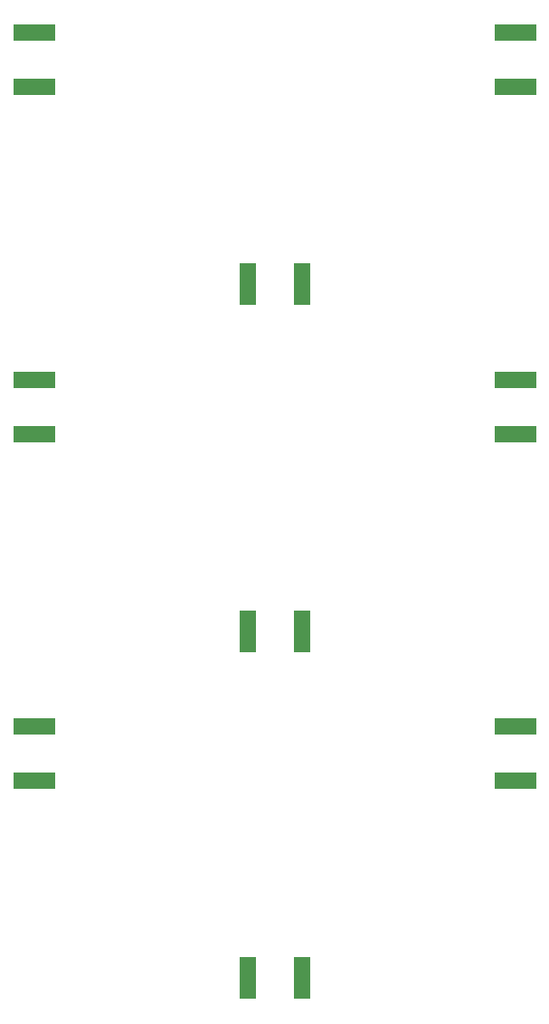
<source format=gbr>
G04 #@! TF.GenerationSoftware,KiCad,Pcbnew,(5.1.5)-3*
G04 #@! TF.CreationDate,2021-12-07T11:44:26+01:00*
G04 #@! TF.ProjectId,stitched capcoupler,73746974-6368-4656-9420-636170636f75,rev?*
G04 #@! TF.SameCoordinates,Original*
G04 #@! TF.FileFunction,Paste,Bot*
G04 #@! TF.FilePolarity,Positive*
%FSLAX46Y46*%
G04 Gerber Fmt 4.6, Leading zero omitted, Abs format (unit mm)*
G04 Created by KiCad (PCBNEW (5.1.5)-3) date 2021-12-07 11:44:26*
%MOMM*%
%LPD*%
G04 APERTURE LIST*
%ADD10R,1.500000X4.000000*%
%ADD11R,4.000000X1.500000*%
G04 APERTURE END LIST*
D10*
X72460000Y-1000000D03*
X77540000Y-1000000D03*
D11*
X97500000Y22540000D03*
X97500000Y17460000D03*
X52500000Y22540000D03*
X52500000Y17460000D03*
D10*
X72460000Y-33500000D03*
X77540000Y-33500000D03*
D11*
X97500000Y-9960000D03*
X97500000Y-15040000D03*
X52500000Y-9960000D03*
X52500000Y-15040000D03*
X52500000Y-47540000D03*
X52500000Y-42460000D03*
X97500000Y-47540000D03*
X97500000Y-42460000D03*
D10*
X77540000Y-66000000D03*
X72460000Y-66000000D03*
M02*

</source>
